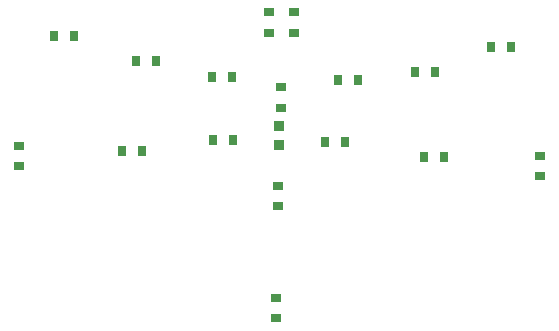
<source format=gtp>
G04 Layer_Color=8421504*
%FSLAX25Y25*%
%MOIN*%
G70*
G01*
G75*
%ADD10R,0.03740X0.03150*%
%ADD11R,0.03150X0.03740*%
%ADD12R,0.03740X0.03543*%
D10*
X-85039Y81496D02*
D03*
Y88189D02*
D03*
X1378Y68110D02*
D03*
Y74803D02*
D03*
X88583Y78150D02*
D03*
Y84842D02*
D03*
X-1673Y132677D02*
D03*
Y125984D02*
D03*
X2165Y100984D02*
D03*
Y107677D02*
D03*
X6594Y132677D02*
D03*
Y125984D02*
D03*
X689Y30709D02*
D03*
Y37402D02*
D03*
D11*
X-50787Y86417D02*
D03*
X-44094D02*
D03*
X-13583Y90256D02*
D03*
X-20276D02*
D03*
X23720Y89370D02*
D03*
X17028D02*
D03*
X56595Y84547D02*
D03*
X49902D02*
D03*
X-66732Y124902D02*
D03*
X-73425D02*
D03*
X-39370Y116437D02*
D03*
X-46063D02*
D03*
X-14075Y111122D02*
D03*
X-20768D02*
D03*
X21260Y110138D02*
D03*
X27953D02*
D03*
X47047Y112894D02*
D03*
X53740D02*
D03*
X72244Y121161D02*
D03*
X78937D02*
D03*
D12*
X1772Y88583D02*
D03*
Y94882D02*
D03*
M02*

</source>
